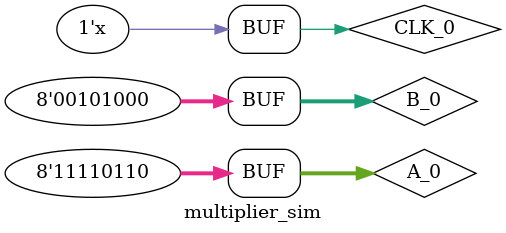
<source format=v>
`timescale 1ns / 1ps


module multiplier_sim(
    );
reg [7:0]A_0;
reg [7:0]B_0;
reg CLK_0;
wire [15:0]P_0;

    multiplier_8x8_wrapper uut(A_0,
    B_0,
    CLK_0,
    P_0);
    
    always #10 CLK_0 = ~ CLK_0;
    initial begin
        CLK_0 = 0;
        A_0 = -30;
        B_0 = 40;
        #20;
        A_0 = -20;
        B_0 = 40;
        #20;
        A_0 = -10;
        B_0 = 40;
    end
    
endmodule

</source>
